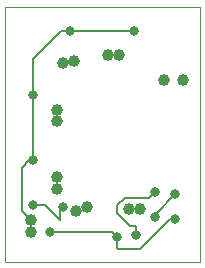
<source format=gbl>
G75*
%MOIN*%
%OFA0B0*%
%FSLAX24Y24*%
%IPPOS*%
%LPD*%
%AMOC8*
5,1,8,0,0,1.08239X$1,22.5*
%
%ADD10C,0.0000*%
%ADD11C,0.0397*%
%ADD12C,0.0317*%
%ADD13C,0.0060*%
D10*
X002392Y002517D02*
X002392Y011017D01*
X008892Y011017D01*
X008892Y002517D01*
X002392Y002517D01*
D11*
X003267Y003517D03*
X003267Y003892D03*
X004142Y004954D03*
X004142Y005329D03*
X004767Y004204D03*
X005142Y004329D03*
X006517Y004267D03*
X006892Y004267D03*
X004142Y007204D03*
X004142Y007579D03*
X004329Y009142D03*
X004704Y009204D03*
X005829Y009392D03*
X006204Y009392D03*
X007704Y008579D03*
X008329Y008579D03*
D12*
X006704Y010204D03*
X004579Y010204D03*
X003329Y008079D03*
X003329Y005892D03*
X003329Y004392D03*
X003892Y003517D03*
X004329Y004329D03*
X006142Y003329D03*
X006767Y003392D03*
X007392Y004017D03*
X008079Y003954D03*
X008079Y004767D03*
X007392Y004829D03*
D13*
X007204Y004642D01*
X006392Y004642D01*
X006142Y004392D01*
X006142Y004142D01*
X006579Y003704D01*
X006767Y003704D01*
X006767Y003392D01*
X006892Y002954D02*
X006163Y002954D01*
X006139Y002978D01*
X006139Y003327D01*
X006142Y003329D01*
X005954Y003517D01*
X003892Y003517D01*
X004221Y003897D02*
X004221Y004221D01*
X004329Y004329D01*
X004221Y003897D02*
X003726Y004392D01*
X003329Y004392D01*
X002954Y004204D02*
X003267Y003892D01*
X002954Y004204D02*
X002954Y005642D01*
X003204Y005892D01*
X003329Y005892D01*
X003329Y008079D01*
X003329Y009267D01*
X004267Y010204D01*
X004579Y010204D01*
X006704Y010204D01*
X008079Y004767D02*
X007392Y004079D01*
X007392Y004017D01*
X007892Y003954D02*
X006892Y002954D01*
X007892Y003954D02*
X008079Y003954D01*
M02*

</source>
